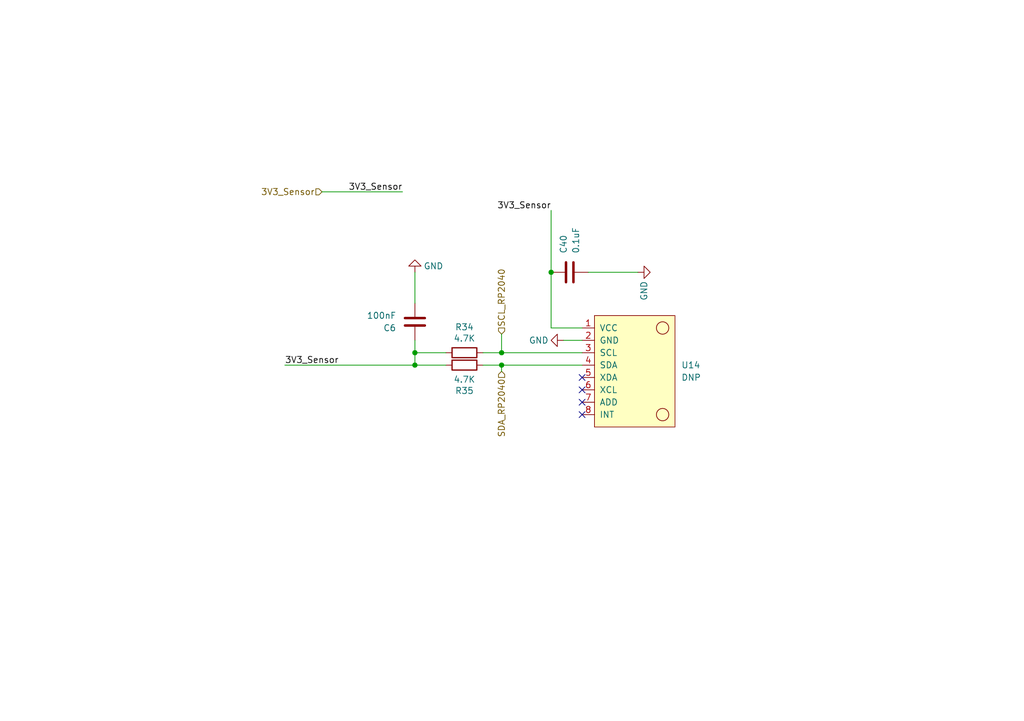
<source format=kicad_sch>
(kicad_sch (version 20231120) (generator "eeschema") (generator_version "8.0")
  (paper "A5")
  (lib_symbols
    (symbol "Device:C" (pin_numbers hide) (pin_names (offset 0.254))
      (property "Reference" "C" (at 0.635 2.54 0))
      (property "Value" "C" (at 0.635 -2.54 0))
      (symbol "C_0_1"
        (polyline (pts (xy -2.032 -0.762) (xy 2.032 -0.762)) (stroke (width 0.508)))
        (polyline (pts (xy -2.032 0.762) (xy 2.032 0.762)) (stroke (width 0.508)))
      )
      (symbol "C_1_1"
        (pin passive line (at 0 3.81 270) (length 2.794) (name "~") (number "1"))
        (pin passive line (at 0 -3.81 90) (length 2.794) (name "~") (number "2"))
      )
    )
    (symbol "Device:R" (pin_numbers hide) (pin_names (offset 0))
      (property "Reference" "R" (at 2.032 0 90))
      (property "Value" "R" (at 0 0 90))
      (symbol "R_0_1"
        (rectangle (start -1.016 -2.54) (end 1.016 2.54) (stroke (width 0.254)))
      )
      (symbol "R_1_1"
        (pin passive line (at 0 3.81 270) (length 1.27) (name "~") (number "1"))
        (pin passive line (at 0 -3.81 90) (length 1.27) (name "~") (number "2"))
      )
    )
    (symbol "SensorModule:module_mpu6050" (pin_names (offset 1.016))
      (property "Reference" "U" (at 2.54 21.59 0))
      (property "Value" "module_mpu6050" (at 11.43 -3.81 0))
      (symbol "module_mpu6050_0_1"
        (rectangle (start 2.54 20.32) (end 19.05 -2.54) (fill (type background)))
        (circle (center 16.51 0) (radius 1.27))
        (circle (center 16.51 17.78) (radius 1.27))
      )
      (symbol "module_mpu6050_1_1"
        (pin input line (at 0 17.78 0) (length 2.54) (name "VCC") (number "1"))
        (pin input line (at 0 15.24 0) (length 2.54) (name "GND") (number "2"))
        (pin input line (at 0 12.7 0) (length 2.54) (name "SCL") (number "3"))
        (pin input line (at 0 10.16 0) (length 2.54) (name "SDA") (number "4"))
        (pin input line (at 0 7.62 0) (length 2.54) (name "XDA") (number "5"))
        (pin input line (at 0 5.08 0) (length 2.54) (name "XCL") (number "6"))
        (pin input line (at 0 2.54 0) (length 2.54) (name "ADD") (number "7"))
        (pin input line (at 0 0 0) (length 2.54) (name "INT") (number "8"))
      )
    )
    (symbol "power:GND" (power) (pin_names (offset 0))
      (property "Value" "GND" (at 0 -3.81 0))
      (symbol "GND_0_1"
        (polyline (pts (xy 0 0) (xy 0 -1.27) (xy 1.27 -1.27) (xy 0 -2.54) (xy -1.27 -1.27) (xy 0 -1.27)))
      )
      (symbol "GND_1_1"
        (pin power_in line (at 0 0 270) (length 0) hide (name "GND") (number "1"))
      )
    )
  )
  (junction (at 113.03 55.88))
  (junction (at 102.87 72.39))
  (junction (at 102.87 74.93))
  (junction (at 85.09 74.93))
  (junction (at 85.09 72.39))
  (no_connect (at 119.38 80.01))
  (no_connect (at 119.38 82.55))
  (no_connect (at 119.38 85.09))
  (no_connect (at 119.38 77.47))
  (wire (pts (xy 66.04 39.37) (xy 82.55 39.37)))
  (wire (pts (xy 99.06 72.39) (xy 102.87 72.39)))
  (wire (pts (xy 115.57 69.85) (xy 119.38 69.85)))
  (wire (pts (xy 102.87 72.39) (xy 119.38 72.39)))
  (wire (pts (xy 85.09 72.39) (xy 85.09 69.85)))
  (wire (pts (xy 102.87 74.93) (xy 119.38 74.93)))
  (wire (pts (xy 99.06 74.93) (xy 102.87 74.93)))
  (wire (pts (xy 113.03 55.88) (xy 113.03 43.18)))
  (wire (pts (xy 85.09 74.93) (xy 85.09 72.39)))
  (wire (pts (xy 102.87 76.2) (xy 102.87 74.93)))
  (wire (pts (xy 85.09 62.23) (xy 85.09 55.88)))
  (wire (pts (xy 102.87 72.39) (xy 102.87 68.58)))
  (wire (pts (xy 119.38 67.31) (xy 113.03 67.31)))
  (wire (pts (xy 91.44 72.39) (xy 85.09 72.39)))
  (wire (pts (xy 113.03 67.31) (xy 113.03 55.88)))
  (wire (pts (xy 130.81 55.88) (xy 120.65 55.88)))
  (wire (pts (xy 58.42 74.93) (xy 85.09 74.93)))
  (wire (pts (xy 91.44 74.93) (xy 85.09 74.93)))
  (label "3V3_Sensor" (at 58.42 74.93 0))
  (label "3V3_Sensor" (at 113.03 43.18 180))
  (label "3V3_Sensor" (at 82.55 39.37 180))
  (hierarchical_label "3V3_Sensor" (shape input) (at 66.04 39.37 180))
  (hierarchical_label "SCL_RP2040" (shape input) (at 102.87 68.58 90))
  (hierarchical_label "SDA_RP2040" (shape input) (at 102.87 76.2 270))
  (symbol (lib_id "power:GND") (at 130.81 55.88 90) (unit 1)
    (property "Reference" "#PWR055" (effects (hide yes)))
    (property "Value" "GND" (at 132.08 59.69 0))
  )
  (symbol (lib_id "Device:R") (at 95.25 74.93 90) (unit 1)
    (property "Reference" "R35" (at 95.25 80.1878 90))
    (property "Value" "4.7K" (at 95.25 77.8764 90))
    (property "Footprint" "Resistor_SMD:R_0603_1608Metric" (effects (hide yes)))
  )
  (symbol (lib_id "power:GND") (at 85.09 55.88 180) (unit 1)
    (property "Reference" "#PWR054" (effects (hide yes)))
    (property "Value" "GND" (at 88.9 54.61 0))
  )
  (symbol (lib_id "Device:R") (at 95.25 72.39 270) (unit 1)
    (property "Reference" "R34" (at 95.25 67.1322 90))
    (property "Value" "4.7K" (at 95.25 69.4436 90))
    (property "Footprint" "Resistor_SMD:R_0603_1608Metric" (effects (hide yes)))
  )
  (symbol (lib_id "Device:C") (at 116.84 55.88 90) (unit 1)
    (property "Reference" "C40" (at 115.5699 52.07 0) (effects (justify left)))
    (property "Value" "0.1uF" (at 118.1099 52.07 0) (effects (justify left)))
    (property "Footprint" "Capacitor_SMD:C_0603_1608Metric" (effects (hide yes)))
  )
  (symbol (lib_id "Device:C") (at 85.09 66.04 180) (unit 1)
    (property "Reference" "C6" (at 81.28 67.3101 0) (effects (justify left)))
    (property "Value" "100nF" (at 81.28 64.7701 0) (effects (justify left)))
    (property "Footprint" "Capacitor_SMD:C_0603_1608Metric" (effects (hide yes)))
  )
  (symbol (lib_id "power:GND") (at 115.57 69.85 270) (unit 1)
    (property "Reference" "#PWR018" (effects (hide yes)))
    (property "Value" "GND" (at 110.49 69.85 90))
  )
  (symbol (lib_id "SensorModule:module_mpu6050") (at 119.38 85.09 0) (unit 1)
    (property "Reference" "U14" (at 139.7 74.93 0) (effects (justify left)))
    (property "Value" "DNP" (at 139.7 77.47 0) (effects (justify left)))
    (property "Footprint" "Library:module_mpu6050" (effects (hide yes)))
    (instances (project "I2CDevice" (path "" (reference "U14") (unit 1))) (project "Movita_3566_CT_Router_V2.0" (path "" (reference "U9") (unit 1))))
  )
)
</source>
